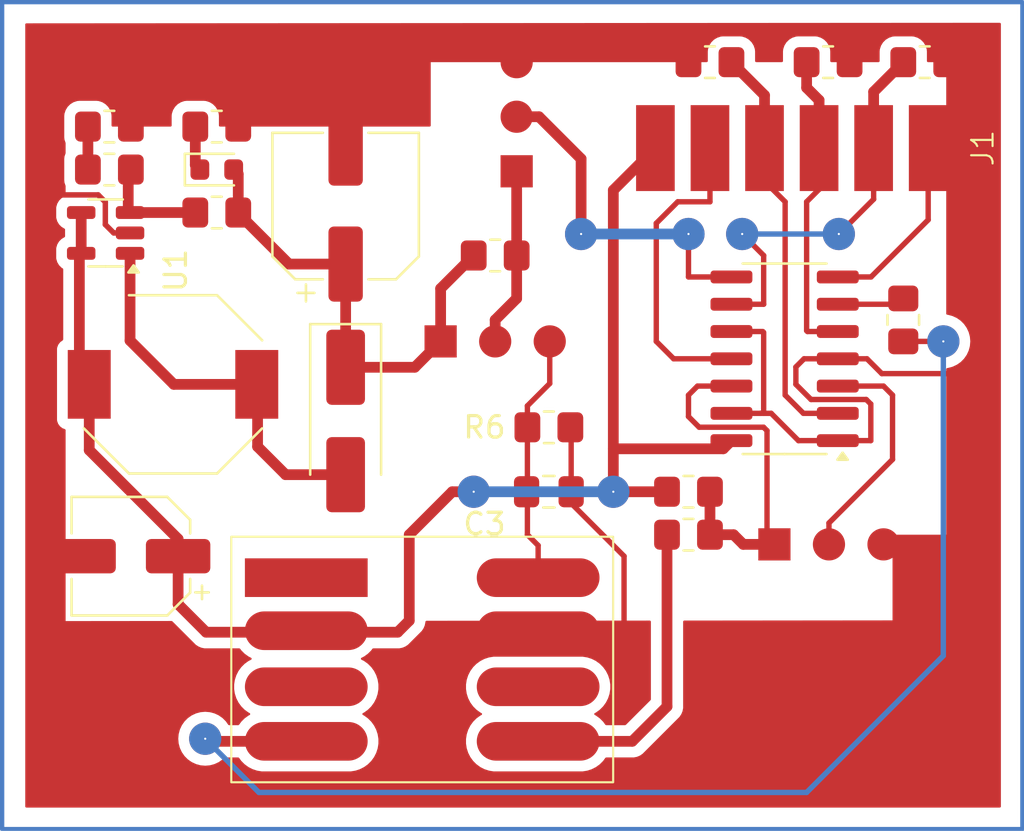
<source format=kicad_pcb>
(kicad_pcb (version 20240108) (generator "pcbnew") (generator_version "8.0")
  (layers (0 "F.Cu" signal) (31 "B.Cu" signal) (34 "B.Paste" user) (35 "F.Paste" user) (36 "B.SilkS" user "B.Silkscreen") (37 "F.SilkS" user "F.Silkscreen") (38 "B.Mask" user) (39 "F.Mask" user) (44 "Edge.Cuts" user))
  (net 0 "")
  (net 1 "GND")
  (net 2 "Net-(D1-K)")
  (net 3 "Net-(D1-A)")
  (net 4 "Net-(J1-Pin_3)")
  (net 5 "Net-(J1-Pin_4)")
  (net 6 "Net-(J1-Pin_2)")
  (net 7 "Net-(Q1-G)")
  (net 8 "Net-(R1-Pad2)")
  (net 9 "Net-(U1-FB)")
  (net 10 "+5V")
  (net 11 "Net-(J2-Pin_4)")
  (net 12 "Net-(Q2-G)")
  (net 13 "Net-(J2-Pin_5)")
  (net 14 "Net-(Q3-G)")
  (net 15 "Net-(Q3-D)")
  (net 16 "Net-(R4-Pad1)")
  (net 17 "Net-(D5-K)")
  (net 21 "Net-(J2-Pin_8)")
  (net 22 "Net-(J1-Pin_5)")
  (footprint "Library:TO-92L_Inline_Wide SMD_facedown" (layer "F.Cu") (at 93.46 70)
    (property "Reference" "Q1" (hide yes))
    (property "Value" "BS250" (hide yes))
    (pad "1" smd rect (at 0 0) (size 1.5 1.5) (layers "F.Cu" "F.Paste" "F.Mask") (net 2 "Net-(D1-K)"))
    (pad "2" smd circle (at 2.54 0) (size 1.5 1.5) (layers "F.Cu" "F.Paste" "F.Mask") (net 7 "Net-(Q1-G)"))
    (pad "3" smd circle (at 5.08 0) (size 1.5 1.5) (layers "F.Cu" "F.Paste" "F.Mask") (net 21 "Net-(J2-Pin_8)"))
  )
  (footprint "Resistor_SMD:R_0805_2012Metric_Pad1.20x1.40mm_HandSolder" (layer "F.Cu") (at 98.5 74)
    (property "Reference" "R6" (at -3 0 0) (layer "F.SilkS"))
    (property "Value" "10k" (hide yes))
    (fp_line (start -0.227064 -0.735) (end 0.227064 -0.735) (stroke (width 0.12)) (layer "F.SilkS"))
    (fp_line (start -0.227064 0.735) (end 0.227064 0.735) (stroke (width 0.12)) (layer "F.SilkS"))
    (pad "1" smd roundrect (at -1 0) (size 1.2 1.4) (layers "F.Cu" "F.Paste" "F.Mask") (roundrect_rratio 0.208333) (net 21 "Net-(J2-Pin_8)"))
    (pad "2" smd roundrect (at 1 0) (size 1.2 1.4) (layers "F.Cu" "F.Paste" "F.Mask") (roundrect_rratio 0.208333) (net 1 "GND"))
  )
  (footprint "Resistor_SMD:R_0805_2012Metric_Pad1.20x1.40mm_HandSolder" (layer "F.Cu") (at 96 66)
    (property "Reference" "R5" (hide yes))
    (property "Value" "10k" (hide yes))
    (fp_line (start -0.227064 -0.735) (end 0.227064 -0.735) (stroke (width 0.12)) (layer "F.SilkS"))
    (fp_line (start -0.227064 0.735) (end 0.227064 0.735) (stroke (width 0.12)) (layer "F.SilkS"))
    (pad "1" smd roundrect (at -1 0) (size 1.2 1.4) (layers "F.Cu" "F.Paste" "F.Mask") (roundrect_rratio 0.208333) (net 2 "Net-(D1-K)"))
    (pad "2" smd roundrect (at 1 0) (size 1.2 1.4) (layers "F.Cu" "F.Paste" "F.Mask") (roundrect_rratio 0.208333) (net 7 "Net-(Q1-G)"))
  )
  (footprint "Library:TO-92L_Inline_Wide SMD_faceup" (layer "F.Cu") (at 109 79.45)
    (property "Reference" "Q3" (hide yes))
    (property "Value" "BS108" (hide yes))
    (pad "1" smd rect (at 0 0) (size 1.5 1.5) (layers "F.Cu" "F.Paste" "F.Mask") (net 15 "Net-(Q3-D)"))
    (pad "2" smd circle (at 2.54 0) (size 1.5 1.5) (layers "F.Cu" "F.Paste" "F.Mask") (net 14 "Net-(Q3-G)"))
    (pad "3" smd circle (at 5.08 0) (size 1.5 1.5) (layers "F.Cu" "F.Paste" "F.Mask") (net 1 "GND"))
  )
  (footprint "Inductor_SMD:L_Bourns-SRU8028_8.0x8.0mm" (layer "F.Cu") (at 81 72)
    (property "Reference" "L1" (hide yes))
    (property "Value" "4.7uH")
    (fp_line (start -2.05 -4.15) (end 2.05 -4.15) (stroke (width 0.12)) (layer "F.SilkS"))
    (fp_line (start -2.05 4.15) (end -4.15 2.05) (stroke (width 0.12)) (layer "F.SilkS"))
    (fp_line (start 2.05 -4.15) (end 4.15 -2.05) (stroke (width 0.12)) (layer "F.SilkS"))
    (fp_line (start 2.05 4.15) (end -2.05 4.15) (stroke (width 0.12)) (layer "F.SilkS"))
    (fp_line (start 2.05 4.15) (end 4.15 2.05) (stroke (width 0.12)) (layer "F.SilkS"))
    (pad "1" smd rect (at -3.9 0) (size 2 3.2) (layers "F.Cu" "F.Paste" "F.Mask") (net 10 "+5V"))
    (pad "2" smd rect (at 3.9 0) (size 2 3.2) (layers "F.Cu" "F.Paste" "F.Mask") (net 3 "Net-(D1-A)"))
  )
  (footprint "Resistor_SMD:R_0805_2012Metric_Pad1.20x1.40mm_HandSolder" (layer "F.Cu") (at 78.0375 62 180)
    (property "Reference" "R1" (hide yes))
    (property "Value" "10k" (hide yes))
    (fp_line (start -0.227064 0.735) (end 0.227064 0.735) (stroke (width 0.12)) (layer "F.SilkS"))
    (fp_line (start -0.227064 -0.735) (end 0.227064 -0.735) (stroke (width 0.12)) (layer "F.SilkS"))
    (pad "1" smd roundrect (at -1 0 180) (size 1.2 1.4) (layers "F.Cu" "F.Paste" "F.Mask") (roundrect_rratio 0.208333) (net 9 "Net-(U1-FB)"))
    (pad "2" smd roundrect (at 1 0 180) (size 1.2 1.4) (layers "F.Cu" "F.Paste" "F.Mask") (roundrect_rratio 0.208333) (net 8 "Net-(R1-Pad2)"))
  )
  (footprint "Resistor_SMD:R_0805_2012Metric_Pad1.20x1.40mm_HandSolder" (layer "F.Cu") (at 83.0375 64 180)
    (property "Reference" "R2" (hide yes))
    (property "Value" "1M" (hide yes))
    (fp_line (start -0.227064 0.735) (end 0.227064 0.735) (stroke (width 0.12)) (layer "F.SilkS"))
    (fp_line (start -0.227064 -0.735) (end 0.227064 -0.735) (stroke (width 0.12)) (layer "F.SilkS"))
    (pad "1" smd roundrect (at -1 0 180) (size 1.2 1.4) (layers "F.Cu" "F.Paste" "F.Mask") (roundrect_rratio 0.208333) (net 2 "Net-(D1-K)"))
    (pad "2" smd roundrect (at 1 0 180) (size 1.2 1.4) (layers "F.Cu" "F.Paste" "F.Mask") (roundrect_rratio 0.208333) (net 9 "Net-(U1-FB)"))
  )
  (footprint "LED_SMD:LED_0603_1608Metric" (layer "F.Cu") (at 83.0375 62)
    (property "Reference" "D5" (hide yes))
    (property "Value" "LED" (hide yes))
    (fp_line (start -1.485 -0.735) (end -1.485 0.735) (stroke (width 0.12)) (layer "F.SilkS"))
    (fp_line (start -1.485 0.735) (end 0.8 0.735) (stroke (width 0.12)) (layer "F.SilkS"))
    (fp_line (start 0.8 -0.735) (end -1.485 -0.735) (stroke (width 0.12)) (layer "F.SilkS"))
    (pad "1" smd roundrect (at -0.7875 0) (size 0.875 0.95) (layers "F.Cu" "F.Paste" "F.Mask") (net 17 "Net-(D5-K)"))
    (pad "2" smd roundrect (at 0.7875 0) (size 0.875 0.95) (layers "F.Cu" "F.Paste" "F.Mask") (net 2 "Net-(D1-K)"))
  )
  (footprint "Resistor_SMD:R_0805_2012Metric_Pad1.20x1.40mm_HandSolder" (layer "F.Cu") (at 115 69 -90)
    (property "Reference" "R4" (hide yes))
    (property "Value" "470" (hide yes))
    (fp_line (start -0.227064 0.735) (end 0.227064 0.735) (stroke (width 0.12)) (layer "F.SilkS"))
    (fp_line (start -0.227064 -0.735) (end 0.227064 -0.735) (stroke (width 0.12)) (layer "F.SilkS"))
    (pad "1" smd roundrect (at -1 0 270) (size 1.2 1.4) (layers "F.Cu" "F.Paste" "F.Mask") (roundrect_rratio 0.208333) (net 16 "Net-(R4-Pad1)"))
    (pad "2" smd roundrect (at 1 0 270) (size 1.2 1.4) (layers "F.Cu" "F.Paste" "F.Mask") (roundrect_rratio 0.208333) (net 11 "Net-(J2-Pin_4)"))
  )
  (footprint "Resistor_SMD:R_0805_2012Metric_Pad1.20x1.40mm_HandSolder" (layer "F.Cu") (at 105 77)
    (property "Reference" "R9" (hide yes))
    (property "Value" "10k" (hide yes))
    (fp_line (start -0.227064 -0.735) (end 0.227064 -0.735) (stroke (width 0.12)) (layer "F.SilkS"))
    (fp_line (start -0.227064 0.735) (end 0.227064 0.735) (stroke (width 0.12)) (layer "F.SilkS"))
    (pad "1" smd roundrect (at -1 0) (size 1.2 1.4) (layers "F.Cu" "F.Paste" "F.Mask") (roundrect_rratio 0.208333) (net 10 "+5V"))
    (pad "2" smd roundrect (at 1 0) (size 1.2 1.4) (layers "F.Cu" "F.Paste" "F.Mask") (roundrect_rratio 0.208333) (net 15 "Net-(Q3-D)"))
  )
  (footprint "Library:PinSocket_1x06_P2.54mm_SMD" (layer "F.Cu") (at 111.08 61 90)
    (property "Reference" "J1" (at 0 7.62 90) (layer "F.SilkS") (effects (font (thickness 0.1))))
    (property "Value" "Conn_01x06_Pin" (hide yes))
    (pad "1" smd rect (at 0 -7.62 90) (size 4 1.8) (layers "F.Cu" "F.Paste" "F.Mask") (net 10 "+5V"))
    (pad "2" smd rect (at 0 -5.08 90) (size 4 1.8) (layers "F.Cu" "F.Paste" "F.Mask") (net 6 "Net-(J1-Pin_2)"))
    (pad "3" smd rect (at 0 -2.54 90) (size 4 1.8) (layers "F.Cu" "F.Paste" "F.Mask") (net 4 "Net-(J1-Pin_3)"))
    (pad "4" smd rect (at 0 0 90) (size 4 1.8) (layers "F.Cu" "F.Paste" "F.Mask") (net 5 "Net-(J1-Pin_4)"))
    (pad "5" smd rect (at 0 2.54 90) (size 4 1.8) (layers "F.Cu" "F.Paste" "F.Mask") (net 22 "Net-(J1-Pin_5)"))
    (pad "6" smd rect (at 0 5.08 90) (size 4 1.8) (layers "F.Cu" "F.Paste" "F.Mask") (net 1 "GND"))
  )
  (footprint "Library:TO-92L_Inline_Wide SMD_faceup" (layer "F.Cu") (at 97 62.08 90)
    (property "Reference" "Q2" (hide yes))
    (property "Value" "BS108" (hide yes))
    (pad "1" smd rect (at 0 0 90) (size 1.5 1.5) (layers "F.Cu" "F.Paste" "F.Mask") (net 7 "Net-(Q1-G)"))
    (pad "2" smd circle (at 2.54 0 90) (size 1.5 1.5) (layers "F.Cu" "F.Paste" "F.Mask") (net 12 "Net-(Q2-G)"))
    (pad "3" smd circle (at 5.08 0 90) (size 1.5 1.5) (layers "F.Cu" "F.Paste" "F.Mask") (net 1 "GND"))
  )
  (footprint "Capacitor_SMD:C_0805_2012Metric_Pad1.18x1.45mm_HandSolder" (layer "F.Cu") (at 98.5 77)
    (property "Reference" "C3" (at -3 1.5 360) (layer "F.SilkS"))
    (property "Value" "10nF" (hide yes))
    (fp_line (start -0.261252 -0.735) (end 0.261252 -0.735) (stroke (width 0.12)) (layer "F.SilkS"))
    (fp_line (start -0.261252 0.735) (end 0.261252 0.735) (stroke (width 0.12)) (layer "F.SilkS"))
    (pad "1" smd roundrect (at -1.0375 0) (size 1.175 1.45) (layers "F.Cu" "F.Paste" "F.Mask") (roundrect_rratio 0.212766) (net 21 "Net-(J2-Pin_8)"))
    (pad "2" smd roundrect (at 1.0375 0) (size 1.175 1.45) (layers "F.Cu" "F.Paste" "F.Mask") (roundrect_rratio 0.212766) (net 1 "GND"))
  )
  (footprint "Resistor_SMD:R_0805_2012Metric_Pad1.20x1.40mm_HandSolder" (layer "F.Cu") (at 105 79 180)
    (property "Reference" "R7" (hide yes))
    (property "Value" "470" (hide yes))
    (fp_line (start -0.227064 0.735) (end 0.227064 0.735) (stroke (width 0.12)) (layer "F.SilkS"))
    (fp_line (start -0.227064 -0.735) (end 0.227064 -0.735) (stroke (width 0.12)) (layer "F.SilkS"))
    (pad "1" smd roundrect (at -1 0 180) (size 1.2 1.4) (layers "F.Cu" "F.Paste" "F.Mask") (roundrect_rratio 0.208333) (net 15 "Net-(Q3-D)"))
    (pad "2" smd roundrect (at 1 0 180) (size 1.2 1.4) (layers "F.Cu" "F.Paste" "F.Mask") (roundrect_rratio 0.208333) (net 13 "Net-(J2-Pin_5)"))
  )
  (footprint "Capacitor_SMD:CP_Elec_5x5.4" (layer "F.Cu") (at 79.0375 80 180)
    (property "Reference" "C2" (hide yes))
    (property "Value" "10uF 16V")
    (fp_line (start 2.76 2.76) (end 2.76 1.06) (stroke (width 0.12)) (layer "F.SilkS"))
    (fp_line (start 2.76 -2.76) (end 2.76 -1.06) (stroke (width 0.12)) (layer "F.SilkS"))
    (fp_line (start -1.695563 2.76) (end 2.76 2.76) (stroke (width 0.12)) (layer "F.SilkS"))
    (fp_line (start -1.695563 -2.76) (end 2.76 -2.76) (stroke (width 0.12)) (layer "F.SilkS"))
    (fp_line (start -2.76 1.695563) (end -1.695563 2.76) (stroke (width 0.12)) (layer "F.SilkS"))
    (fp_line (start -2.76 1.695563) (end -2.76 1.06) (stroke (width 0.12)) (layer "F.SilkS"))
    (fp_line (start -2.76 -1.695563) (end -1.695563 -2.76) (stroke (width 0.12)) (layer "F.SilkS"))
    (fp_line (start -2.76 -1.695563) (end -2.76 -1.06) (stroke (width 0.12)) (layer "F.SilkS"))
    (fp_line (start -3.3125 -1.9975) (end -3.3125 -1.3725) (stroke (width 0.12)) (layer "F.SilkS"))
    (fp_line (start -3.625 -1.685) (end -3 -1.685) (stroke (width 0.12)) (layer "F.SilkS"))
    (pad "1" smd roundrect (at -2.2 0 180) (size 3 1.6) (layers "F.Cu" "F.Paste" "F.Mask") (roundrect_rratio 0.15625) (net 10 "+5V"))
    (pad "2" smd roundrect (at 2.2 0 180) (size 3 1.6) (layers "F.Cu" "F.Paste" "F.Mask") (roundrect_rratio 0.15625) (net 1 "GND"))
  )
  (footprint "Package_SO:SOIC-14_3.9x8.7mm_P1.27mm" (layer "F.Cu") (at 109.475 70.81 180)
    (property "Reference" "U2" (hide yes))
    (property "Value" "74HCT125")
    (fp_line (start 0 4.435) (end 1.95 4.435) (stroke (width 0.12)) (layer "F.SilkS"))
    (fp_line (start 0 4.435) (end -1.95 4.435) (stroke (width 0.12)) (layer "F.SilkS"))
    (fp_line (start 0 -4.435) (end 1.95 -4.435) (stroke (width 0.12)) (layer "F.SilkS"))
    (fp_line (start 0 -4.435) (end -1.95 -4.435) (stroke (width 0.12)) (layer "F.SilkS"))
    (fp_poly (pts (xy -2.7 -4.37) (xy -2.94 -4.7) (xy -2.46 -4.7) (xy -2.7 -4.37)) (stroke (width 0.12)) (fill solid) (layer "F.SilkS"))
    (pad "1" smd roundrect (at -2.475 -3.81 180) (size 1.95 0.6) (layers "F.Cu" "F.Paste" "F.Mask") (net 1 "GND"))
    (pad "2" smd roundrect (at -2.475 -2.54 180) (size 1.95 0.6) (layers "F.Cu" "F.Paste" "F.Mask") (net 4 "Net-(J1-Pin_3)"))
    (pad "3" smd roundrect (at -2.475 -1.27 180) (size 1.95 0.6) (layers "F.Cu" "F.Paste" "F.Mask") (net 14 "Net-(Q3-G)"))
    (pad "4" smd roundrect (at -2.475 0 180) (size 1.95 0.6) (layers "F.Cu" "F.Paste" "F.Mask") (net 1 "GND"))
    (pad "5" smd roundrect (at -2.475 1.27 180) (size 1.95 0.6) (layers "F.Cu" "F.Paste" "F.Mask") (net 5 "Net-(J1-Pin_4)"))
    (pad "6" smd roundrect (at -2.475 2.54 180) (size 1.95 0.6) (layers "F.Cu" "F.Paste" "F.Mask") (net 16 "Net-(R4-Pad1)"))
    (pad "7" smd roundrect (at -2.475 3.81 180) (size 1.95 0.6) (layers "F.Cu" "F.Paste" "F.Mask") (net 1 "GND"))
    (pad "8" smd roundrect (at 2.475 3.81 180) (size 1.95 0.6) (layers "F.Cu" "F.Paste" "F.Mask") (net 12 "Net-(Q2-G)"))
    (pad "9" smd roundrect (at 2.475 2.54 180) (size 1.95 0.6) (layers "F.Cu" "F.Paste" "F.Mask") (net 22 "Net-(J1-Pin_5)"))
    (pad "10" smd roundrect (at 2.475 1.27 180) (size 1.95 0.6) (layers "F.Cu" "F.Paste" "F.Mask") (net 1 "GND"))
    (pad "11" smd roundrect (at 2.475 0 180) (size 1.95 0.6) (layers "F.Cu" "F.Paste" "F.Mask") (net 6 "Net-(J1-Pin_2)"))
    (pad "12" smd roundrect (at 2.475 -1.27 180) (size 1.95 0.6) (layers "F.Cu" "F.Paste" "F.Mask") (net 15 "Net-(Q3-D)"))
    (pad "13" smd roundrect (at 2.475 -2.54 180) (size 1.95 0.6) (layers "F.Cu" "F.Paste" "F.Mask") (net 1 "GND"))
    (pad "14" smd roundrect (at 2.475 -3.81 180) (size 1.95 0.6) (layers "F.Cu" "F.Paste" "F.Mask") (net 10 "+5V"))
  )
  (footprint "Resistor_SMD:R_0805_2012Metric_Pad1.20x1.40mm_HandSolder" (layer "F.Cu") (at 78.0375 60)
    (property "Reference" "R3" (hide yes))
    (property "Value" "100k" (hide yes))
    (fp_line (start -0.227064 -0.735) (end 0.227064 -0.735) (stroke (width 0.12)) (layer "F.SilkS"))
    (fp_line (start -0.227064 0.735) (end 0.227064 0.735) (stroke (width 0.12)) (layer "F.SilkS"))
    (pad "1" smd roundrect (at -1 0) (size 1.2 1.4) (layers "F.Cu" "F.Paste" "F.Mask") (roundrect_rratio 0.208333) (net 8 "Net-(R1-Pad2)"))
    (pad "2" smd roundrect (at 1 0) (size 1.2 1.4) (layers "F.Cu" "F.Paste" "F.Mask") (roundrect_rratio 0.208333) (net 1 "GND"))
  )
  (footprint "Resistor_SMD:R_0805_2012Metric_Pad1.20x1.40mm_HandSolder" (layer "F.Cu") (at 106 57 180)
    (property "Reference" "R11" (hide yes))
    (property "Value" "100k" (hide yes))
    (fp_line (start -0.227064 0.735) (end 0.227064 0.735) (stroke (width 0.12)) (layer "F.SilkS"))
    (fp_line (start -0.227064 -0.735) (end 0.227064 -0.735) (stroke (width 0.12)) (layer "F.SilkS"))
    (pad "1" smd roundrect (at -1 0 180) (size 1.2 1.4) (layers "F.Cu" "F.Paste" "F.Mask") (roundrect_rratio 0.208333) (net 4 "Net-(J1-Pin_3)"))
    (pad "2" smd roundrect (at 1 0 180) (size 1.2 1.4) (layers "F.Cu" "F.Paste" "F.Mask") (roundrect_rratio 0.208333) (net 1 "GND"))
  )
  (footprint "Package_TO_SOT_SMD:SOT-23-5" (layer "F.Cu") (at 77.8625 64.95 180)
    (property "Reference" "U1" (at -3.26 -1.745 -90) (layer "F.SilkS"))
    (property "Value" "LT1615")
    (fp_line (start 0 1.56) (end 0.8 1.56) (stroke (width 0.12)) (layer "F.SilkS"))
    (fp_line (start 0 1.56) (end -0.8 1.56) (stroke (width 0.12)) (layer "F.SilkS"))
    (fp_line (start 0 -1.56) (end 0.8 -1.56) (stroke (width 0.12)) (layer "F.SilkS"))
    (fp_line (start 0 -1.56) (end -0.8 -1.56) (stroke (width 0.12)) (layer "F.SilkS"))
    (fp_poly (pts (xy -1.3 -1.51) (xy -1.54 -1.84) (xy -1.06 -1.84) (xy -1.3 -1.51)) (stroke (width 0.12)) (fill solid) (layer "F.SilkS"))
    (pad "1" smd roundrect (at -1.1375 -0.95 180) (size 1.325 0.6) (layers "F.Cu" "F.Paste" "F.Mask") (net 3 "Net-(D1-A)"))
    (pad "2" smd roundrect (at -1.1375 0 180) (size 1.325 0.6) (layers "F.Cu" "F.Paste" "F.Mask") (net 1 "GND"))
    (pad "3" smd roundrect (at -1.1375 0.95 180) (size 1.325 0.6) (layers "F.Cu" "F.Paste" "F.Mask") (net 9 "Net-(U1-FB)"))
    (pad "4" smd roundrect (at 1.1375 0.95 180) (size 1.325 0.6) (layers "F.Cu" "F.Paste" "F.Mask") (net 10 "+5V"))
    (pad "5" smd roundrect (at 1.1375 -0.95 180) (size 1.325 0.6) (layers "F.Cu" "F.Paste" "F.Mask") (net 10 "+5V"))
  )
  (footprint "Capacitor_SMD:CP_Elec_6.3x7.7" (layer "F.Cu") (at 89.0375 63.7 90)
    (property "Reference" "C1" (hide yes))
    (property "Value" "10uF 50V")
    (fp_line (start 3.41 -3.41) (end 3.41 -1.06) (stroke (width 0.12)) (layer "F.SilkS"))
    (fp_line (start -2.345563 -3.41) (end 3.41 -3.41) (stroke (width 0.12)) (layer "F.SilkS"))
    (fp_line (start -3.41 -2.345563) (end -2.345563 -3.41) (stroke (width 0.12)) (layer "F.SilkS"))
    (fp_line (start -3.41 -2.345563) (end -3.41 -1.06) (stroke (width 0.12)) (layer "F.SilkS"))
    (fp_line (start -4.04375 -2.24125) (end -4.04375 -1.45375) (stroke (width 0.12)) (layer "F.SilkS"))
    (fp_line (start -4.4375 -1.8475) (end -3.65 -1.8475) (stroke (width 0.12)) (layer "F.SilkS"))
    (fp_line (start -3.41 2.345563) (end -3.41 1.06) (stroke (width 0.12)) (layer "F.SilkS"))
    (fp_line (start -3.41 2.345563) (end -2.345563 3.41) (stroke (width 0.12)) (layer "F.SilkS"))
    (fp_line (start 3.41 3.41) (end 3.41 1.06) (stroke (width 0.12)) (layer "F.SilkS"))
    (fp_line (start -2.345563 3.41) (end 3.41 3.41) (stroke (width 0.12)) (layer "F.SilkS"))
    (pad "1" smd roundrect (at -2.7 0 90) (size 3.5 1.6) (layers "F.Cu" "F.Paste" "F.Mask") (roundrect_rratio 0.15625) (net 2 "Net-(D1-K)"))
    (pad "2" smd roundrect (at 2.7 0 90) (size 3.5 1.6) (layers "F.Cu" "F.Paste" "F.Mask") (roundrect_rratio 0.15625) (net 1 "GND"))
  )
  (footprint "Resistor_SMD:R_0805_2012Metric_Pad1.20x1.40mm_HandSolder" (layer "F.Cu") (at 83.0375 60)
    (property "Reference" "R16" (hide yes))
    (property "Value" "100k" (hide yes))
    (fp_line (start -0.227064 -0.735) (end 0.227064 -0.735) (stroke (width 0.12)) (layer "F.SilkS"))
    (fp_line (start -0.227064 0.735) (end 0.227064 0.735) (stroke (width 0.12)) (layer "F.SilkS"))
    (pad "1" smd roundrect (at -1 0) (size 1.2 1.4) (layers "F.Cu" "F.Paste" "F.Mask") (roundrect_rratio 0.208333) (net 17 "Net-(D5-K)"))
    (pad "2" smd roundrect (at 1 0) (size 1.2 1.4) (layers "F.Cu" "F.Paste" "F.Mask") (roundrect_rratio 0.208333) (net 1 "GND"))
  )
  (footprint "Diode_SMD:D_SMA_Handsoldering" (layer "F.Cu") (at 89.0375 73.705 -90)
    (property "Reference" "D1" (hide yes))
    (property "Value" "SS14")
    (fp_line (start -4.51 1.65) (end 2.5 1.65) (stroke (width 0.12)) (layer "F.SilkS"))
    (fp_line (start -4.51 -1.65) (end -4.51 1.65) (stroke (width 0.12)) (layer "F.SilkS"))
    (fp_line (start -4.51 -1.65) (end 2.5 -1.65) (stroke (width 0.12)) (layer "F.SilkS"))
    (pad "1" smd roundrect (at -2.5 0 270) (size 3.5 1.8) (layers "F.Cu" "F.Paste" "F.Mask") (roundrect_rratio 0.1388888889) (net 2 "Net-(D1-K)"))
    (pad "2" smd roundrect (at 2.5 0 270) (size 3.5 1.8) (layers "F.Cu" "F.Paste" "F.Mask") (roundrect_rratio 0.1388888889) (net 3 "Net-(D1-A)"))
  )
  (footprint "Resistor_SMD:R_0805_2012Metric_Pad1.20x1.40mm_HandSolder" (layer "F.Cu") (at 116 57)
    (property "Reference" "R12" (hide yes))
    (property "Value" "100k" (hide yes))
    (fp_line (start -0.227064 -0.735) (end 0.227064 -0.735) (stroke (width 0.12)) (layer "F.SilkS"))
    (fp_line (start -0.227064 0.735) (end 0.227064 0.735) (stroke (width 0.12)) (layer "F.SilkS"))
    (pad "1" smd roundrect (at -1 0) (size 1.2 1.4) (layers "F.Cu" "F.Paste" "F.Mask") (roundrect_rratio 0.208333) (net 22 "Net-(J1-Pin_5)"))
    (pad "2" smd roundrect (at 1 0) (size 1.2 1.4) (layers "F.Cu" "F.Paste" "F.Mask") (roundrect_rratio 0.208333) (net 1 "GND"))
  )
  (footprint "Library:Socket DIL-8 wide pins SMD" (layer "F.Cu") (at 88.7925 81)
    (property "Reference" "J2" (hide yes))
    (property "Value" "Conn_02x04_Counter_Clockwise" (hide yes))
    (fp_rect (start -5.08 -1.905) (end 12.7 9.525) (stroke (width 0.1)) (fill none) (layer "F.SilkS"))
    (pad "1" smd rect (at -1.5875 0) (size 5.715 1.8) (layers "F.Cu" "F.Paste" "F.Mask"))
    (pad "2" smd oval (at 0 2.54) (size 5.715 1.8) (drill (offset -1.5875 -0.069)) (layers "F.Cu" "F.Paste" "F.Mask") (net 10 "+5V"))
    (pad "3" smd oval (at -1.5875 5.08) (size 5.715 1.8) (layers "F.Cu" "F.Paste" "F.Mask"))
    (pad "4" smd oval (at -1.5875 7.62) (size 5.715 1.8) (layers "F.Cu" "F.Paste" "F.Mask") (net 11 "Net-(J2-Pin_4)"))
    (pad "5" smd oval (at 9.2075 7.62) (size 5.715 1.8) (layers "F.Cu" "F.Paste" "F.Mask") (net 13 "Net-(J2-Pin_5)"))
    (pad "6" smd oval (at 9.2075 5.08) (size 5.715 1.8) (layers "F.Cu" "F.Paste" "F.Mask"))
    (pad "7" smd oval (at 7.62 2.54) (size 5.715 1.8) (drill (offset 1.5875 -0.069)) (layers "F.Cu" "F.Paste" "F.Mask") (net 1 "GND"))
    (pad "8" smd oval (at 9.2075 0) (size 5.715 1.8) (layers "F.Cu" "F.Paste" "F.Mask") (net 21 "Net-(J2-Pin_8)"))
  )
  (footprint "Resistor_SMD:R_0805_2012Metric_Pad1.20x1.40mm_HandSolder" (layer "F.Cu") (at 111.5 57)
    (property "Reference" "R10" (hide yes))
    (property "Value" "100k" (hide yes))
    (fp_line (start -0.227064 -0.735) (end 0.227064 -0.735) (stroke (width 0.12)) (layer "F.SilkS"))
    (fp_line (start -0.227064 0.735) (end 0.227064 0.735) (stroke (width 0.12)) (layer "F.SilkS"))
    (pad "1" smd roundrect (at -1 0) (size 1.2 1.4) (layers "F.Cu" "F.Paste" "F.Mask") (roundrect_rratio 0.208333) (net 5 "Net-(J1-Pin_4)"))
    (pad "2" smd roundrect (at 1 0) (size 1.2 1.4) (layers "F.Cu" "F.Paste" "F.Mask") (roundrect_rratio 0.208333) (net 1 "GND"))
  )
  (gr_rect (start 73.045 54.205) (end 120.545 92.705) (stroke (width 0.2)) (fill none) (layer "B.Cu"))
  (segment (start 113.5 67) (end 116.16 64.34) (width 0.25) (layer "F.Cu") (net 1))
  (segment (start 111.95 70.81) (end 110.38 70.81) (width 0.25) (layer "F.Cu") (net 1))
  (segment (start 79 64.95) (end 78.238214 64.95) (width 0.254) (layer "F.Cu") (net 1))
  (segment (start 102 80) (end 102 84.5) (width 0.25) (layer "F.Cu") (net 1))
  (segment (start 108.85 73.35) (end 110.12 74.62) (width 0.25) (layer "F.Cu") (net 1))
  (segment (start 111.442316 74.62) (end 112 74.62) (width 0.5) (layer "F.Cu") (net 1))
  (segment (start 99.5375 74.0375) (end 99.5375 77.5375) (width 0.25) (layer "F.Cu") (net 1))
  (segment (start 110.705 72.705) (end 113.275578 72.705) (width 0.25) (layer "F.Cu") (net 1))
  (segment (start 110 71.19) (end 110 72) (width 0.25) (layer "F.Cu") (net 1))
  (segment (start 116.16 64.34) (end 116.16 61) (width 0.25) (layer "F.Cu") (net 1))
  (segment (start 113.31 70.81) (end 111.95 70.81) (width 0.25) (layer "F.Cu") (net 1))
  (segment (start 108.5 69.58) (end 108.5 73.35) (width 0.25) (layer "F.Cu") (net 1))
  (segment (start 113.488598 74.62) (end 111.95 74.62) (width 0.25) (layer "F.Cu") (net 1))
  (segment (start 78.238214 64.95) (end 77.849197 64.560983) (width 0.254) (layer "F.Cu") (net 1))
  (segment (start 117.5 71.5) (end 114 71.5) (width 0.25) (layer "F.Cu") (net 1))
  (segment (start 108.35 73.35) (end 107 73.35) (width 0.25) (layer "F.Cu") (net 1))
  (segment (start 75.179636 63.179636) (end 75 63) (width 0.254) (layer "F.Cu") (net 1))
  (segment (start 77.849197 63.5114) (end 77.517433 63.179636) (width 0.254) (layer "F.Cu") (net 1))
  (segment (start 113.488598 72.91802) (end 113.488598 74.62) (width 0.25) (layer "F.Cu") (net 1))
  (segment (start 99.5 74) (end 99.5375 74.0375) (width 0.25) (layer "F.Cu") (net 1))
  (segment (start 107 69.54) (end 108.46 69.54) (width 0.25) (layer "F.Cu") (net 1))
  (segment (start 111.95 67) (end 113.5 67) (width 0.25) (layer "F.Cu") (net 1))
  (segment (start 110.38 70.81) (end 110 71.19) (width 0.25) (layer "F.Cu") (net 1))
  (segment (start 77.517433 63.179636) (end 75.179636 63.179636) (width 0.254) (layer "F.Cu") (net 1))
  (segment (start 108.35 73.35) (end 108.85 73.35) (width 0.25) (layer "F.Cu") (net 1))
  (segment (start 113.275578 72.705) (end 113.488598 72.91802) (width 0.25) (layer "F.Cu") (net 1))
  (segment (start 114 71.5) (end 113.31 70.81) (width 0.25) (layer "F.Cu") (net 1))
  (segment (start 77.849197 64.560983) (end 77.849197 63.5114) (width 0.254) (layer "F.Cu") (net 1))
  (segment (start 99.5375 77.5375) (end 102 80) (width 0.25) (layer "F.Cu") (net 1))
  (segment (start 110 72) (end 110.705 72.705) (width 0.25) (layer "F.Cu") (net 1))
  (segment (start 110.12 74.62) (end 111.95 74.62) (width 0.25) (layer "F.Cu") (net 1))
  (segment (start 84.0375 64.0375) (end 86.4 66.4) (width 0.5) (layer "F.Cu") (net 2))
  (segment (start 84.0375 62.2125) (end 84.0375 64.0375) (width 0.5) (layer "F.Cu") (net 2))
  (segment (start 93.46 67.54) (end 95 66) (width 0.5) (layer "F.Cu") (net 2))
  (segment (start 93.46 70) (end 93.46 67.54) (width 0.5) (layer "F.Cu") (net 2))
  (segment (start 83.825 62) (end 84.0375 62.2125) (width 0.5) (layer "F.Cu") (net 2))
  (segment (start 89.0375 66.4) (end 89.0375 71.205) (width 0.5) (layer "F.Cu") (net 2))
  (segment (start 92.255 71.205) (end 93.46 70) (width 0.5) (layer "F.Cu") (net 2))
  (segment (start 86.4 66.4) (end 89.0375 66.4) (width 0.5) (layer "F.Cu") (net 2))
  (segment (start 89.0375 71.205) (end 92.255 71.205) (width 0.5) (layer "F.Cu") (net 2))
  (segment (start 79 65.9) (end 79 69.9625) (width 0.5) (layer "F.Cu") (net 3))
  (segment (start 84.9375 72) (end 84.9375 74.9) (width 0.5) (layer "F.Cu") (net 3))
  (segment (start 84.9375 74.9) (end 86.2425 76.205) (width 0.5) (layer "F.Cu") (net 3))
  (segment (start 86.2425 76.205) (end 89.0375 76.205) (width 0.5) (layer "F.Cu") (net 3))
  (segment (start 79 69.9625) (end 81.0375 72) (width 0.5) (layer "F.Cu") (net 3))
  (segment (start 81.0375 72) (end 84.9375 72) (width 0.5) (layer "F.Cu") (net 3))
  (segment (start 108.54 58.54) (end 107 57) (width 0.5) (layer "F.Cu") (net 4))
  (segment (start 108.54 62.54) (end 109.5 63.5) (width 0.25) (layer "F.Cu") (net 4))
  (segment (start 109.5 72.5) (end 110.35 73.35) (width 0.25) (layer "F.Cu") (net 4))
  (segment (start 110.35 73.35) (end 111.95 73.35) (width 0.25) (layer "F.Cu") (net 4))
  (segment (start 108.54 61) (end 108.54 58.54) (width 0.5) (layer "F.Cu") (net 4))
  (segment (start 109.5 63.5) (end 109.5 72.5) (width 0.25) (layer "F.Cu") (net 4))
  (segment (start 108.54 61) (end 108.54 62.54) (width 0.25) (layer "F.Cu") (net 4))
  (segment (start 111.08 61) (end 111.08 58.76975) (width 0.5) (layer "F.Cu") (net 5))
  (segment (start 110.54 69.54) (end 111.95 69.54) (width 0.25) (layer "F.Cu") (net 5))
  (segment (start 111.08 61) (end 111.08 62.92) (width 0.25) (layer "F.Cu") (net 5))
  (segment (start 110.5 63.5) (end 110.5 69.5) (width 0.25) (layer "F.Cu") (net 5))
  (segment (start 110.5 69.5) (end 110.54 69.54) (width 0.25) (layer "F.Cu") (net 5))
  (segment (start 110.5 58.18975) (end 110.5 57) (width 0.5) (layer "F.Cu") (net 5))
  (segment (start 111.08 62.92) (end 110.5 63.5) (width 0.25) (layer "F.Cu") (net 5))
  (segment (start 111.08 58.76975) (end 110.5 58.18975) (width 0.5) (layer "F.Cu") (net 5))
  (segment (start 103.5 64.5) (end 103.5 70) (width 0.25) (layer "F.Cu") (net 6))
  (segment (start 104.31 70.81) (end 107 70.81) (width 0.25) (layer "F.Cu") (net 6))
  (segment (start 103.5 70) (end 104.31 70.81) (width 0.25) (layer "F.Cu") (net 6))
  (segment (start 106 61) (end 106 63.5) (width 0.25) (layer "F.Cu") (net 6))
  (segment (start 104.5 63.5) (end 103.5 64.5) (width 0.25) (layer "F.Cu") (net 6))
  (segment (start 106 63.5) (end 104.5 63.5) (width 0.25) (layer "F.Cu") (net 6))
  (segment (start 96 69) (end 96 70) (width 0.5) (layer "F.Cu") (net 7))
  (segment (start 97 68) (end 96 69) (width 0.5) (layer "F.Cu") (net 7))
  (segment (start 97 66) (end 97 68) (width 0.5) (layer "F.Cu") (net 7))
  (segment (start 97 66) (end 97 62.08) (width 0.5) (layer "F.Cu") (net 7))
  (segment (start 77.0375 62) (end 77.0375 60) (width 0.5) (layer "F.Cu") (net 8))
  (segment (start 78.915 62.1225) (end 78.915 63.915) (width 0.5) (layer "F.Cu") (net 9))
  (segment (start 79.0375 62) (end 78.915 62.1225) (width 0.5) (layer "F.Cu") (net 9))
  (segment (start 78.915 63.915) (end 79 64) (width 0.5) (layer "F.Cu") (net 9))
  (segment (start 79 64) (end 82.0375 64) (width 0.5) (layer "F.Cu") (net 9))
  (segment (start 82.54 83.54) (end 81.2375 82.2375) (width 0.5) (layer "F.Cu") (net 10))
  (segment (start 91.46 83.54) (end 88.7925 83.54) (width 0.5) (layer "F.Cu") (net 10))
  (segment (start 76.725 65.9) (end 76.64 65.985) (width 0.5) (layer "F.Cu") (net 10))
  (segment (start 76.64 71.54) (end 77.1 72) (width 0.5) (layer "F.Cu") (net 10))
  (segment (start 92 83) (end 91.46 83.54) (width 0.5) (layer "F.Cu") (net 10))
  (segment (start 94 77) (end 92 79) (width 0.5) (layer "F.Cu") (net 10))
  (segment (start 88.7925 83.54) (end 82.54 83.54) (width 0.5) (layer "F.Cu") (net 10))
  (segment (start 92 79) (end 92 83) (width 0.5) (layer "F.Cu") (net 10))
  (segment (start 95 77) (end 94 77) (width 0.5) (layer "F.Cu") (net 10))
  (segment (start 104 77) (end 102 77) (width 0.5) (layer "F.Cu") (net 10))
  (segment (start 76.725 65.9) (end 76.725 64) (width 0.5) (layer "F.Cu") (net 10))
  (segment (start 81.2375 79.2) (end 77.1 75.0625) (width 0.5) (layer "F.Cu") (net 10))
  (segment (start 77.1 75.0625) (end 77.1 72) (width 0.5) (layer "F.Cu") (net 10))
  (segment (start 102 77) (end 101.5 76.5) (width 0.5) (layer "F.Cu") (net 10))
  (segment (start 106.62 75) (end 101.5 75) (width 0.5) (layer "F.Cu") (net 10))
  (segment (start 101.5 76.5) (end 101.5 62.96) (width 0.5) (layer "F.Cu") (net 10))
  (segment (start 107 74.62) (end 106.62 75) (width 0.5) (layer "F.Cu") (net 10))
  (segment (start 76.64 65.985) (end 76.64 71.54) (width 0.5) (layer "F.Cu") (net 10))
  (segment (start 101.5 62.96) (end 103.46 61) (width 0.5) (layer "F.Cu") (net 10))
  (segment (start 81.2375 82.2375) (end 81.2375 79.2) (width 0.5) (layer "F.Cu") (net 10))
  (via (at 101.5 77) (size 1.5) (drill 0.1) (layers "F.Cu" "B.Cu") (net 10))
  (via (at 95 77) (size 1.5) (drill 0.1) (layers "F.Cu" "B.Cu") (net 10))
  (segment (start 95 77) (end 102 77) (width 0.5) (layer "B.Cu") (net 10))
  (segment (start 82.62 88.62) (end 87.205 88.62) (width 0.5) (layer "F.Cu") (net 11))
  (segment (start 116.865 70) (end 115 70) (width 0.25) (layer "F.Cu") (net 11))
  (segment (start 82.5 88.5) (end 82.62 88.62) (width 0.5) (layer "F.Cu") (net 11))
  (via (at 116.865 70) (size 1.5) (drill 0.1) (layers "F.Cu" "B.Cu") (net 11))
  (via (at 82.5 88.5) (size 1.5) (drill 0.1) (layers "F.Cu" "B.Cu") (net 11))
  (segment (start 116.865 84.635) (end 116.865 70) (width 0.25) (layer "B.Cu") (net 11))
  (segment (start 110.5 91) (end 116.865 84.635) (width 0.25) (layer "B.Cu") (net 11))
  (segment (start 82.5 88.5) (end 85 91) (width 0.25) (layer "B.Cu") (net 11))
  (segment (start 85 91) (end 110.5 91) (width 0.25) (layer "B.Cu") (net 11))
  (segment (start 100 61.5) (end 98.04 59.54) (width 0.5) (layer "F.Cu") (net 12))
  (segment (start 98.04 59.54) (end 97 59.54) (width 0.5) (layer "F.Cu") (net 12))
  (segment (start 105 67) (end 107 67) (width 0.25) (layer "F.Cu") (net 12))
  (segment (start 100 65) (end 100 61.5) (width 0.5) (layer "F.Cu") (net 12))
  (segment (start 105 65) (end 105 67) (width 0.25) (layer "F.Cu") (net 12))
  (via (at 100 65) (size 1.5) (drill 0.1) (layers "F.Cu" "B.Cu") (net 12))
  (via (at 105 65) (size 1.5) (drill 0.1) (layers "F.Cu" "B.Cu") (net 12))
  (segment (start 100 65) (end 105 65) (width 0.5) (layer "B.Cu") (net 12))
  (segment (start 104 87) (end 104 79) (width 0.5) (layer "F.Cu") (net 13))
  (segment (start 98 88.62) (end 102.38 88.62) (width 0.5) (layer "F.Cu") (net 13))
  (segment (start 102.38 88.62) (end 104 87) (width 0.5) (layer "F.Cu") (net 13))
  (segment (start 111.54 78.455) (end 114.5 75.495) (width 0.25) (layer "F.Cu") (net 14))
  (segment (start 114.5 75.495) (end 114.5 72.5) (width 0.25) (layer "F.Cu") (net 14))
  (segment (start 114.5 72.5) (end 114.08 72.08) (width 0.25) (layer "F.Cu") (net 14))
  (segment (start 114.08 72.08) (end 111.95 72.08) (width 0.25) (layer "F.Cu") (net 14))
  (segment (start 111.54 79.45) (end 111.54 78.455) (width 0.25) (layer "F.Cu") (net 14))
  (segment (start 106 79) (end 107.1 79) (width 0.5) (layer "F.Cu") (net 15))
  (segment (start 107.55 79.45) (end 109 79.45) (width 0.5) (layer "F.Cu") (net 15))
  (segment (start 106 77) (end 106 79) (width 0.5) (layer "F.Cu") (net 15))
  (segment (start 107.1 79) (end 107.55 79.45) (width 0.5) (layer "F.Cu") (net 15))
  (segment (start 105 72.5) (end 105.42 72.08) (width 0.25) (layer "F.Cu") (net 15))
  (segment (start 105 73.5) (end 105 72.5) (width 0.25) (layer "F.Cu") (net 15))
  (segment (start 109 79.45) (end 108.656171 79.106171) (width 0.25) (layer "F.Cu") (net 15))
  (segment (start 108.495 73.995) (end 105.495 73.995) (width 0.25) (layer "F.Cu") (net 15))
  (segment (start 105.42 72.08) (end 107 72.08) (width 0.25) (layer "F.Cu") (net 15))
  (segment (start 108.656171 74.156171) (end 108.495 73.995) (width 0.25) (layer "F.Cu") (net 15))
  (segment (start 105.495 73.995) (end 105 73.5) (width 0.25) (layer "F.Cu") (net 15))
  (segment (start 108.656171 79.106171) (end 108.656171 74.156171) (width 0.25) (layer "F.Cu") (net 15))
  (segment (start 114.73 68.27) (end 115 68) (width 0.25) (layer "F.Cu") (net 16))
  (segment (start 111.95 68.27) (end 114.73 68.27) (width 0.25) (layer "F.Cu") (net 16))
  (segment (start 82.0375 60) (end 82.0375 61.7875) (width 0.5) (layer "F.Cu") (net 17))
  (segment (start 82.0375 61.7875) (end 82.25 62) (width 0.5) (layer "F.Cu") (net 17))
  (segment (start 98.54 71.96) (end 98.54 70) (width 0.25) (layer "F.Cu") (net 21))
  (segment (start 97.5 79) (end 97.5 73) (width 0.25) (layer "F.Cu") (net 21))
  (segment (start 98 79.5) (end 97.5 79) (width 0.25) (layer "F.Cu") (net 21))
  (segment (start 97.5 73) (end 98.54 71.96) (width 0.25) (layer "F.Cu") (net 21))
  (segment (start 98 81) (end 98 79.5) (width 0.25) (layer "F.Cu") (net 21))
  (segment (start 113.62 61) (end 113.62 58.38) (width 0.5) (layer "F.Cu") (net 22))
  (segment (start 113.62 63.38) (end 112 65) (width 0.25) (layer "F.Cu") (net 22))
  (segment (start 113.62 61) (end 113.62 63.38) (width 0.25) (layer "F.Cu") (net 22))
  (segment (start 108.5 66) (end 108.5 68.27) (width 0.25) (layer "F.Cu") (net 22))
  (segment (start 108.5 68.27) (end 107 68.27) (width 0.25) (layer "F.Cu") (net 22))
  (segment (start 107.5 65) (end 108.5 66) (width 0.25) (layer "F.Cu") (net 22))
  (segment (start 113.62 58.38) (end 115 57) (width 0.5) (layer "F.Cu") (net 22))
  (via (at 107.5 65) (size 1.5) (drill 0.1) (layers "F.Cu" "B.Cu") (net 22))
  (via (at 112 65) (size 1.5) (drill 0.1) (layers "F.Cu" "B.Cu") (net 22))
  (segment (start 107.5 65) (end 112 65) (width 0.25) (layer "B.Cu") (net 22))
  (zone (net 1) (net_name "GND") (layer "F.Cu") (connect_pads yes (clearance 0.5)) (min_thickness 0.1) (fill yes (thermal_gap 0.15) (thermal_bridge_width 0.15) (island_removal_mode 1) (island_area_min 9.999999))
    (polygon (pts (xy 119.545 55.166053) (xy 119.545 91.705) (xy 74.120362 91.705) (xy 74.120362 55.190822)))
  )
  (zone (net 0) (net_name "") (layer "F.Cu") (connect_pads yes (clearance 0)) (min_thickness 0.1)
    (keepout (tracks allowed) (vias allowed) (pads allowed) (copperpour not_allowed) (footprints allowed))
    (fill (thermal_gap 0.15) (thermal_bridge_width 0.15) (island_removal_mode 1) (island_area_min 9.999999))
    (polygon (pts (xy 93 60) (xy 93 57) (xy 117 57) (xy 117 79) (xy 114.5 79) (xy 114.5 82.988651) (xy 76 83.021077) (xy 76 60)))
  )
)
</source>
